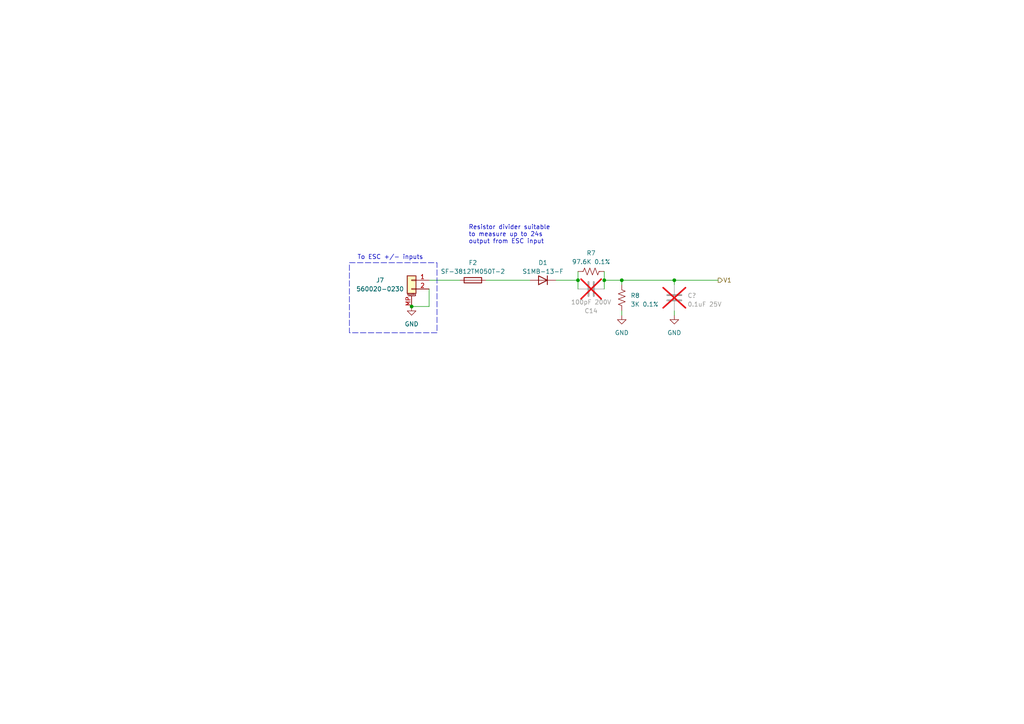
<source format=kicad_sch>
(kicad_sch (version 20230121) (generator eeschema)
  (paper "A4")
  (title_block (title "Test Stand Power Monitor") (date "2023-08-08") (rev "1.0") (company "Toofon Inc.") (comment 1 "Ed Katynski") (comment 2 "(PENDING REVIEW)"))
  (lib_symbols
    (symbol "Connector_Generic_MountingPin:Conn_01x02_MountingPin" (pin_names (offset 1.016) hide)
      (property "Reference" "J" (at 0 2.54 0))
      (property "Value" "Conn_01x02_MountingPin" (at 1.27 -5.08 0))
      (symbol "Conn_01x02_MountingPin_1_1"
        (rectangle (start -1.27 -2.413) (end 0 -2.667) (stroke (width 0.1524)))
        (rectangle (start -1.27 0.127) (end 0 -0.127) (stroke (width 0.1524)))
        (rectangle (start -1.27 1.27) (end 1.27 -3.81) (stroke (width 0.254)) (fill (type background)))
        (polyline (pts (xy -1.016 -4.572) (xy 1.016 -4.572)) (stroke (width 0.1524)))
        (text "Mounting" (at 0 -4.191 0) (effects (font (size 0.381 0.381))))
        (pin passive line (at -5.08 0 0) (length 3.81) (name "Pin_1") (number "1"))
        (pin passive line (at -5.08 -2.54 0) (length 3.81) (name "Pin_2") (number "2"))
        (pin passive line (at 0 -7.62 90) (length 3.048) (name "MountPin") (number "MP"))
      )
    )
    (symbol "Device:C" (pin_numbers hide) (pin_names (offset 0.254))
      (property "Reference" "C" (at 0.635 2.54 0))
      (property "Value" "C" (at 0.635 -2.54 0))
      (symbol "C_0_1"
        (polyline (pts (xy -2.032 -0.762) (xy 2.032 -0.762)) (stroke (width 0.508)))
        (polyline (pts (xy -2.032 0.762) (xy 2.032 0.762)) (stroke (width 0.508)))
      )
      (symbol "C_1_1"
        (pin passive line (at 0 3.81 270) (length 2.794) (name "~") (number "1"))
        (pin passive line (at 0 -3.81 90) (length 2.794) (name "~") (number "2"))
      )
    )
    (symbol "Device:D" (pin_numbers hide) (pin_names (offset 1.016) hide)
      (property "Reference" "D" (at 0 2.54 0))
      (property "Value" "D" (at 0 -2.54 0))
      (symbol "D_0_1"
        (polyline (pts (xy -1.27 1.27) (xy -1.27 -1.27)) (stroke (width 0.254)))
        (polyline (pts (xy 1.27 0) (xy -1.27 0)))
        (polyline (pts (xy 1.27 1.27) (xy 1.27 -1.27) (xy -1.27 0) (xy 1.27 1.27)) (stroke (width 0.254)))
      )
      (symbol "D_1_1"
        (pin passive line (at -3.81 0 0) (length 2.54) (name "K") (number "1"))
        (pin passive line (at 3.81 0 180) (length 2.54) (name "A") (number "2"))
      )
    )
    (symbol "Device:Fuse" (pin_numbers hide) (pin_names (offset 0))
      (property "Reference" "F" (at 2.032 0 90))
      (property "Value" "Fuse" (at -1.905 0 90))
      (symbol "Fuse_0_1"
        (rectangle (start -0.762 -2.54) (end 0.762 2.54) (stroke (width 0.254)))
        (polyline (pts (xy 0 2.54) (xy 0 -2.54)))
      )
      (symbol "Fuse_1_1"
        (pin passive line (at 0 3.81 270) (length 1.27) (name "~") (number "1"))
        (pin passive line (at 0 -3.81 90) (length 1.27) (name "~") (number "2"))
      )
    )
    (symbol "Device:R_US" (pin_numbers hide) (pin_names (offset 0))
      (property "Reference" "R" (at 2.54 0 90))
      (property "Value" "R_US" (at -2.54 0 90))
      (symbol "R_US_0_1"
        (polyline (pts (xy 0 -2.286) (xy 0 -2.54)))
        (polyline (pts (xy 0 2.286) (xy 0 2.54)))
        (polyline (pts (xy 0 -0.762) (xy 1.016 -1.143) (xy 0 -1.524) (xy -1.016 -1.905) (xy 0 -2.286)))
        (polyline (pts (xy 0 0.762) (xy 1.016 0.381) (xy 0 0) (xy -1.016 -0.381) (xy 0 -0.762)))
        (polyline (pts (xy 0 2.286) (xy 1.016 1.905) (xy 0 1.524) (xy -1.016 1.143) (xy 0 0.762)))
      )
      (symbol "R_US_1_1"
        (pin passive line (at 0 3.81 270) (length 1.27) (name "~") (number "1"))
        (pin passive line (at 0 -3.81 90) (length 1.27) (name "~") (number "2"))
      )
    )
    (symbol "power:GND" (power) (pin_names (offset 0))
      (property "Value" "GND" (at 0 -3.81 0))
      (symbol "GND_0_1"
        (polyline (pts (xy 0 0) (xy 0 -1.27) (xy 1.27 -1.27) (xy 0 -2.54) (xy -1.27 -1.27) (xy 0 -1.27)))
      )
      (symbol "GND_1_1"
        (pin power_in line (at 0 0 270) (length 0) hide (name "GND") (number "1"))
      )
    )
  )
  (junction (at 175.26 81.28))
  (junction (at 195.58 81.28))
  (junction (at 167.64 81.28))
  (junction (at 119.38 88.9))
  (junction (at 180.34 81.28))
  (wire (pts (xy 161.29 81.28) (xy 167.64 81.28)))
  (wire (pts (xy 180.34 82.55) (xy 180.34 81.28)))
  (wire (pts (xy 180.34 91.44) (xy 180.34 90.17)))
  (wire (pts (xy 195.58 81.28) (xy 208.28 81.28)))
  (wire (pts (xy 180.34 81.28) (xy 195.58 81.28)))
  (wire (pts (xy 119.38 88.9) (xy 124.46 88.9)))
  (wire (pts (xy 124.46 88.9) (xy 124.46 83.82)))
  (wire (pts (xy 195.58 81.28) (xy 195.58 82.55)))
  (wire (pts (xy 124.46 81.28) (xy 133.35 81.28)))
  (wire (pts (xy 175.26 81.28) (xy 175.26 83.82)))
  (wire (pts (xy 195.58 91.44) (xy 195.58 90.17)))
  (wire (pts (xy 167.64 81.28) (xy 167.64 83.82)))
  (wire (pts (xy 140.97 81.28) (xy 153.67 81.28)))
  (wire (pts (xy 180.34 81.28) (xy 175.26 81.28)))
  (wire (pts (xy 175.26 78.74) (xy 175.26 81.28)))
  (wire (pts (xy 167.64 78.74) (xy 167.64 81.28)))
  (rectangle (start 101.346 76.2) (end 126.746 96.52) (stroke (width 0) (type dash)))
  (text "Resistor divider suitable\nto measure up to 24s\noutput from ESC input" (at 135.89 70.866 0) (effects (font (size 1.27 1.27)) (justify left bottom)))
  (text "To ESC +/- inputs" (at 103.632 75.438 0) (effects (font (size 1.27 1.27)) (justify left bottom)))
  (hierarchical_label "V1" (shape output) (at 208.28 81.28 0))
  (symbol (lib_id "Device:R_US") (at 180.34 86.36 0) (unit 1)
    (property "Reference" "R8" (at 182.88 85.725 0) (effects (justify left)))
    (property "Value" "3K 0.1%" (at 182.88 88.265 0) (effects (justify left)))
    (property "Footprint" "Resistor_SMD:R_0402_1005Metric_Pad0.72x0.64mm_HandSolder" (effects hide))
  )
  (symbol (lib_id "Device:D") (at 157.48 81.28 180) (unit 1)
    (property "Reference" "D1" (at 157.48 76.2 0))
    (property "Value" "S1MB-13-F" (at 157.48 78.74 0))
    (property "Footprint" "Diode_SMD:D_SMA-SMB_Universal_Handsoldering" (effects hide))
    (property "Datasheet" "https://www.diodes.com/assets/Datasheets/ds16003.pdf" (effects hide))
    (property "Sim.Device" "D" (effects hide))
    (property "Sim.Pins" "1=K 2=A" (effects hide))
  )
  (symbol (lib_id "Device:C") (at 195.58 86.36 0) (unit 1) (dnp yes)
    (property "Reference" "C?" (at 199.39 85.725 0) (effects (justify left)))
    (property "Value" "0.1uF 25V" (at 199.39 88.265 0) (effects (justify left)))
    (property "Footprint" "Capacitor_SMD:C_0402_1005Metric_Pad0.74x0.62mm_HandSolder" (effects hide))
    (instances (project "Test-Stand-Power-Monitor" (path "" (reference "C?") (unit 1)) (path "" (reference "C15") (unit 1))))
  )
  (symbol (lib_id "Device:C") (at 171.45 83.82 90) (unit 1) (dnp yes)
    (property "Reference" "C14" (at 171.45 90.17 90))
    (property "Value" "100pF 200V" (at 171.45 87.63 90))
    (property "Footprint" "Capacitor_SMD:C_0603_1608Metric_Pad1.08x0.95mm_HandSolder" (effects hide))
  )
  (symbol (lib_id "power:GND") (at 195.58 91.44 0) (unit 1)
    (property "Reference" "#PWR?" (effects hide))
    (property "Value" "GND" (at 195.58 96.52 0))
    (instances (project "Test-Stand-Power-Monitor" (path "" (reference "#PWR?") (unit 1)) (path "" (reference "#PWR045") (unit 1))))
  )
  (symbol (lib_id "power:GND") (at 119.38 88.9 0) (mirror y) (unit 1)
    (property "Reference" "#PWR?" (effects hide))
    (property "Value" "GND" (at 119.38 93.98 0))
    (instances (project "Test-Stand-Power-Monitor" (path "" (reference "#PWR?") (unit 1)) (path "" (reference "#PWR029") (unit 1))))
  )
  (symbol (lib_id "power:GND") (at 180.34 91.44 0) (mirror y) (unit 1)
    (property "Reference" "#PWR?" (effects hide))
    (property "Value" "GND" (at 180.34 96.52 0))
    (instances (project "Test-Stand-Power-Monitor" (path "" (reference "#PWR?") (unit 1)) (path "" (reference "#PWR044") (unit 1))))
  )
  (symbol (lib_id "Device:Fuse") (at 137.16 81.28 90) (unit 1)
    (property "Reference" "F2" (at 137.16 76.2 90))
    (property "Value" "SF-3812TM050T-2" (at 137.16 78.74 90))
    (property "Footprint" "fuse:SF-3812TM050T-2" (effects hide))
    (property "Datasheet" "https://www.bourns.com/docs/product-datasheets/sf-3812tm-t.pdf" (effects hide))
  )
  (symbol (lib_id "Connector_Generic_MountingPin:Conn_01x02_MountingPin") (at 119.38 81.28 0) (mirror y) (unit 1)
    (property "Reference" "J7" (at 110.236 81.28 0))
    (property "Value" "560020-0230" (at 110.236 83.82 0))
    (property "Footprint" "connector:MOLEX_5600200230" (effects hide))
    (property "Datasheet" "https://www.literature.molex.com/SQLImages/kelmscott/Molex/PDF_Images/987650-8742.PDF" (effects hide))
  )
  (symbol (lib_id "Device:R_US") (at 171.45 78.74 90) (unit 1)
    (property "Reference" "R7" (at 171.45 73.406 90))
    (property "Value" "97.6K 0.1%" (at 171.45 75.946 90))
    (property "Footprint" "Resistor_SMD:R_0805_2012Metric_Pad1.20x1.40mm_HandSolder" (effects hide))
  )
)
</source>
